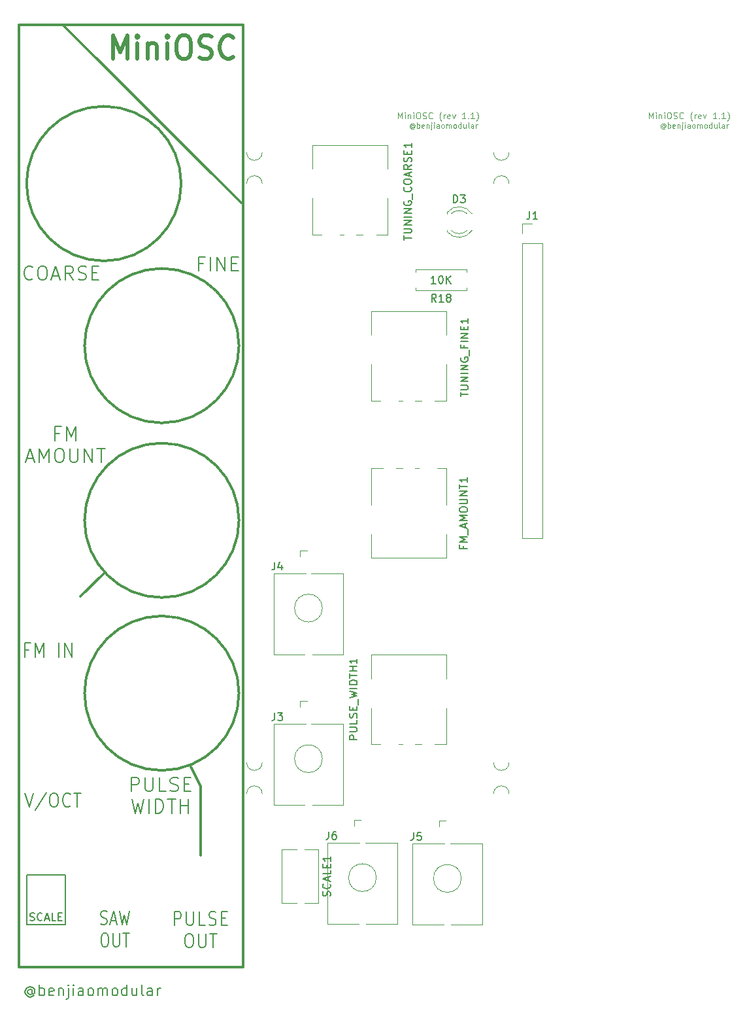
<source format=gbr>
%TF.GenerationSoftware,KiCad,Pcbnew,5.1.9+dfsg1-1~bpo10+1*%
%TF.CreationDate,2021-12-03T10:41:42+08:00*%
%TF.ProjectId,MiniOSC,4d696e69-4f53-4432-9e6b-696361645f70,rev?*%
%TF.SameCoordinates,Original*%
%TF.FileFunction,Legend,Top*%
%TF.FilePolarity,Positive*%
%FSLAX46Y46*%
G04 Gerber Fmt 4.6, Leading zero omitted, Abs format (unit mm)*
G04 Created by KiCad (PCBNEW 5.1.9+dfsg1-1~bpo10+1) date 2021-12-03 10:41:42*
%MOMM*%
%LPD*%
G01*
G04 APERTURE LIST*
%ADD10C,0.100000*%
%ADD11C,0.150000*%
%ADD12C,0.300000*%
%ADD13C,0.500000*%
%ADD14C,0.120000*%
G04 APERTURE END LIST*
D10*
X124116666Y-58483333D02*
X124083333Y-58450000D01*
X124016666Y-58416666D01*
X123950000Y-58416666D01*
X123883333Y-58450000D01*
X123850000Y-58483333D01*
X123816666Y-58550000D01*
X123816666Y-58616666D01*
X123850000Y-58683333D01*
X123883333Y-58716666D01*
X123950000Y-58750000D01*
X124016666Y-58750000D01*
X124083333Y-58716666D01*
X124116666Y-58683333D01*
X124116666Y-58416666D02*
X124116666Y-58683333D01*
X124150000Y-58716666D01*
X124183333Y-58716666D01*
X124250000Y-58683333D01*
X124283333Y-58616666D01*
X124283333Y-58450000D01*
X124216666Y-58350000D01*
X124116666Y-58283333D01*
X123983333Y-58250000D01*
X123850000Y-58283333D01*
X123750000Y-58350000D01*
X123683333Y-58450000D01*
X123650000Y-58583333D01*
X123683333Y-58716666D01*
X123750000Y-58816666D01*
X123850000Y-58883333D01*
X123983333Y-58916666D01*
X124116666Y-58883333D01*
X124216666Y-58816666D01*
X124583333Y-58816666D02*
X124583333Y-58116666D01*
X124583333Y-58383333D02*
X124650000Y-58350000D01*
X124783333Y-58350000D01*
X124850000Y-58383333D01*
X124883333Y-58416666D01*
X124916666Y-58483333D01*
X124916666Y-58683333D01*
X124883333Y-58750000D01*
X124850000Y-58783333D01*
X124783333Y-58816666D01*
X124650000Y-58816666D01*
X124583333Y-58783333D01*
X125483333Y-58783333D02*
X125416666Y-58816666D01*
X125283333Y-58816666D01*
X125216666Y-58783333D01*
X125183333Y-58716666D01*
X125183333Y-58450000D01*
X125216666Y-58383333D01*
X125283333Y-58350000D01*
X125416666Y-58350000D01*
X125483333Y-58383333D01*
X125516666Y-58450000D01*
X125516666Y-58516666D01*
X125183333Y-58583333D01*
X125816666Y-58350000D02*
X125816666Y-58816666D01*
X125816666Y-58416666D02*
X125850000Y-58383333D01*
X125916666Y-58350000D01*
X126016666Y-58350000D01*
X126083333Y-58383333D01*
X126116666Y-58450000D01*
X126116666Y-58816666D01*
X126450000Y-58350000D02*
X126450000Y-58950000D01*
X126416666Y-59016666D01*
X126350000Y-59050000D01*
X126316666Y-59050000D01*
X126450000Y-58116666D02*
X126416666Y-58150000D01*
X126450000Y-58183333D01*
X126483333Y-58150000D01*
X126450000Y-58116666D01*
X126450000Y-58183333D01*
X126783333Y-58816666D02*
X126783333Y-58350000D01*
X126783333Y-58116666D02*
X126750000Y-58150000D01*
X126783333Y-58183333D01*
X126816666Y-58150000D01*
X126783333Y-58116666D01*
X126783333Y-58183333D01*
X127416666Y-58816666D02*
X127416666Y-58450000D01*
X127383333Y-58383333D01*
X127316666Y-58350000D01*
X127183333Y-58350000D01*
X127116666Y-58383333D01*
X127416666Y-58783333D02*
X127350000Y-58816666D01*
X127183333Y-58816666D01*
X127116666Y-58783333D01*
X127083333Y-58716666D01*
X127083333Y-58650000D01*
X127116666Y-58583333D01*
X127183333Y-58550000D01*
X127350000Y-58550000D01*
X127416666Y-58516666D01*
X127850000Y-58816666D02*
X127783333Y-58783333D01*
X127750000Y-58750000D01*
X127716666Y-58683333D01*
X127716666Y-58483333D01*
X127750000Y-58416666D01*
X127783333Y-58383333D01*
X127850000Y-58350000D01*
X127950000Y-58350000D01*
X128016666Y-58383333D01*
X128050000Y-58416666D01*
X128083333Y-58483333D01*
X128083333Y-58683333D01*
X128050000Y-58750000D01*
X128016666Y-58783333D01*
X127950000Y-58816666D01*
X127850000Y-58816666D01*
X128383333Y-58816666D02*
X128383333Y-58350000D01*
X128383333Y-58416666D02*
X128416666Y-58383333D01*
X128483333Y-58350000D01*
X128583333Y-58350000D01*
X128650000Y-58383333D01*
X128683333Y-58450000D01*
X128683333Y-58816666D01*
X128683333Y-58450000D02*
X128716666Y-58383333D01*
X128783333Y-58350000D01*
X128883333Y-58350000D01*
X128950000Y-58383333D01*
X128983333Y-58450000D01*
X128983333Y-58816666D01*
X129416666Y-58816666D02*
X129350000Y-58783333D01*
X129316666Y-58750000D01*
X129283333Y-58683333D01*
X129283333Y-58483333D01*
X129316666Y-58416666D01*
X129350000Y-58383333D01*
X129416666Y-58350000D01*
X129516666Y-58350000D01*
X129583333Y-58383333D01*
X129616666Y-58416666D01*
X129650000Y-58483333D01*
X129650000Y-58683333D01*
X129616666Y-58750000D01*
X129583333Y-58783333D01*
X129516666Y-58816666D01*
X129416666Y-58816666D01*
X130250000Y-58816666D02*
X130250000Y-58116666D01*
X130250000Y-58783333D02*
X130183333Y-58816666D01*
X130050000Y-58816666D01*
X129983333Y-58783333D01*
X129950000Y-58750000D01*
X129916666Y-58683333D01*
X129916666Y-58483333D01*
X129950000Y-58416666D01*
X129983333Y-58383333D01*
X130050000Y-58350000D01*
X130183333Y-58350000D01*
X130250000Y-58383333D01*
X130883333Y-58350000D02*
X130883333Y-58816666D01*
X130583333Y-58350000D02*
X130583333Y-58716666D01*
X130616666Y-58783333D01*
X130683333Y-58816666D01*
X130783333Y-58816666D01*
X130850000Y-58783333D01*
X130883333Y-58750000D01*
X131316666Y-58816666D02*
X131250000Y-58783333D01*
X131216666Y-58716666D01*
X131216666Y-58116666D01*
X131883333Y-58816666D02*
X131883333Y-58450000D01*
X131850000Y-58383333D01*
X131783333Y-58350000D01*
X131650000Y-58350000D01*
X131583333Y-58383333D01*
X131883333Y-58783333D02*
X131816666Y-58816666D01*
X131650000Y-58816666D01*
X131583333Y-58783333D01*
X131550000Y-58716666D01*
X131550000Y-58650000D01*
X131583333Y-58583333D01*
X131650000Y-58550000D01*
X131816666Y-58550000D01*
X131883333Y-58516666D01*
X132216666Y-58816666D02*
X132216666Y-58350000D01*
X132216666Y-58483333D02*
X132250000Y-58416666D01*
X132283333Y-58383333D01*
X132350000Y-58350000D01*
X132416666Y-58350000D01*
X91616666Y-58483333D02*
X91583333Y-58450000D01*
X91516666Y-58416666D01*
X91450000Y-58416666D01*
X91383333Y-58450000D01*
X91350000Y-58483333D01*
X91316666Y-58550000D01*
X91316666Y-58616666D01*
X91350000Y-58683333D01*
X91383333Y-58716666D01*
X91450000Y-58750000D01*
X91516666Y-58750000D01*
X91583333Y-58716666D01*
X91616666Y-58683333D01*
X91616666Y-58416666D02*
X91616666Y-58683333D01*
X91650000Y-58716666D01*
X91683333Y-58716666D01*
X91750000Y-58683333D01*
X91783333Y-58616666D01*
X91783333Y-58450000D01*
X91716666Y-58350000D01*
X91616666Y-58283333D01*
X91483333Y-58250000D01*
X91350000Y-58283333D01*
X91250000Y-58350000D01*
X91183333Y-58450000D01*
X91150000Y-58583333D01*
X91183333Y-58716666D01*
X91250000Y-58816666D01*
X91350000Y-58883333D01*
X91483333Y-58916666D01*
X91616666Y-58883333D01*
X91716666Y-58816666D01*
X92083333Y-58816666D02*
X92083333Y-58116666D01*
X92083333Y-58383333D02*
X92150000Y-58350000D01*
X92283333Y-58350000D01*
X92350000Y-58383333D01*
X92383333Y-58416666D01*
X92416666Y-58483333D01*
X92416666Y-58683333D01*
X92383333Y-58750000D01*
X92350000Y-58783333D01*
X92283333Y-58816666D01*
X92150000Y-58816666D01*
X92083333Y-58783333D01*
X92983333Y-58783333D02*
X92916666Y-58816666D01*
X92783333Y-58816666D01*
X92716666Y-58783333D01*
X92683333Y-58716666D01*
X92683333Y-58450000D01*
X92716666Y-58383333D01*
X92783333Y-58350000D01*
X92916666Y-58350000D01*
X92983333Y-58383333D01*
X93016666Y-58450000D01*
X93016666Y-58516666D01*
X92683333Y-58583333D01*
X93316666Y-58350000D02*
X93316666Y-58816666D01*
X93316666Y-58416666D02*
X93350000Y-58383333D01*
X93416666Y-58350000D01*
X93516666Y-58350000D01*
X93583333Y-58383333D01*
X93616666Y-58450000D01*
X93616666Y-58816666D01*
X93950000Y-58350000D02*
X93950000Y-58950000D01*
X93916666Y-59016666D01*
X93850000Y-59050000D01*
X93816666Y-59050000D01*
X93950000Y-58116666D02*
X93916666Y-58150000D01*
X93950000Y-58183333D01*
X93983333Y-58150000D01*
X93950000Y-58116666D01*
X93950000Y-58183333D01*
X94283333Y-58816666D02*
X94283333Y-58350000D01*
X94283333Y-58116666D02*
X94250000Y-58150000D01*
X94283333Y-58183333D01*
X94316666Y-58150000D01*
X94283333Y-58116666D01*
X94283333Y-58183333D01*
X94916666Y-58816666D02*
X94916666Y-58450000D01*
X94883333Y-58383333D01*
X94816666Y-58350000D01*
X94683333Y-58350000D01*
X94616666Y-58383333D01*
X94916666Y-58783333D02*
X94850000Y-58816666D01*
X94683333Y-58816666D01*
X94616666Y-58783333D01*
X94583333Y-58716666D01*
X94583333Y-58650000D01*
X94616666Y-58583333D01*
X94683333Y-58550000D01*
X94850000Y-58550000D01*
X94916666Y-58516666D01*
X95350000Y-58816666D02*
X95283333Y-58783333D01*
X95250000Y-58750000D01*
X95216666Y-58683333D01*
X95216666Y-58483333D01*
X95250000Y-58416666D01*
X95283333Y-58383333D01*
X95350000Y-58350000D01*
X95450000Y-58350000D01*
X95516666Y-58383333D01*
X95550000Y-58416666D01*
X95583333Y-58483333D01*
X95583333Y-58683333D01*
X95550000Y-58750000D01*
X95516666Y-58783333D01*
X95450000Y-58816666D01*
X95350000Y-58816666D01*
X95883333Y-58816666D02*
X95883333Y-58350000D01*
X95883333Y-58416666D02*
X95916666Y-58383333D01*
X95983333Y-58350000D01*
X96083333Y-58350000D01*
X96150000Y-58383333D01*
X96183333Y-58450000D01*
X96183333Y-58816666D01*
X96183333Y-58450000D02*
X96216666Y-58383333D01*
X96283333Y-58350000D01*
X96383333Y-58350000D01*
X96450000Y-58383333D01*
X96483333Y-58450000D01*
X96483333Y-58816666D01*
X96916666Y-58816666D02*
X96850000Y-58783333D01*
X96816666Y-58750000D01*
X96783333Y-58683333D01*
X96783333Y-58483333D01*
X96816666Y-58416666D01*
X96850000Y-58383333D01*
X96916666Y-58350000D01*
X97016666Y-58350000D01*
X97083333Y-58383333D01*
X97116666Y-58416666D01*
X97150000Y-58483333D01*
X97150000Y-58683333D01*
X97116666Y-58750000D01*
X97083333Y-58783333D01*
X97016666Y-58816666D01*
X96916666Y-58816666D01*
X97750000Y-58816666D02*
X97750000Y-58116666D01*
X97750000Y-58783333D02*
X97683333Y-58816666D01*
X97550000Y-58816666D01*
X97483333Y-58783333D01*
X97450000Y-58750000D01*
X97416666Y-58683333D01*
X97416666Y-58483333D01*
X97450000Y-58416666D01*
X97483333Y-58383333D01*
X97550000Y-58350000D01*
X97683333Y-58350000D01*
X97750000Y-58383333D01*
X98383333Y-58350000D02*
X98383333Y-58816666D01*
X98083333Y-58350000D02*
X98083333Y-58716666D01*
X98116666Y-58783333D01*
X98183333Y-58816666D01*
X98283333Y-58816666D01*
X98350000Y-58783333D01*
X98383333Y-58750000D01*
X98816666Y-58816666D02*
X98750000Y-58783333D01*
X98716666Y-58716666D01*
X98716666Y-58116666D01*
X99383333Y-58816666D02*
X99383333Y-58450000D01*
X99350000Y-58383333D01*
X99283333Y-58350000D01*
X99150000Y-58350000D01*
X99083333Y-58383333D01*
X99383333Y-58783333D02*
X99316666Y-58816666D01*
X99150000Y-58816666D01*
X99083333Y-58783333D01*
X99050000Y-58716666D01*
X99050000Y-58650000D01*
X99083333Y-58583333D01*
X99150000Y-58550000D01*
X99316666Y-58550000D01*
X99383333Y-58516666D01*
X99716666Y-58816666D02*
X99716666Y-58350000D01*
X99716666Y-58483333D02*
X99750000Y-58416666D01*
X99783333Y-58383333D01*
X99850000Y-58350000D01*
X99916666Y-58350000D01*
X122094523Y-57611904D02*
X122094523Y-56811904D01*
X122361190Y-57383333D01*
X122627857Y-56811904D01*
X122627857Y-57611904D01*
X123008809Y-57611904D02*
X123008809Y-57078571D01*
X123008809Y-56811904D02*
X122970714Y-56850000D01*
X123008809Y-56888095D01*
X123046904Y-56850000D01*
X123008809Y-56811904D01*
X123008809Y-56888095D01*
X123389761Y-57078571D02*
X123389761Y-57611904D01*
X123389761Y-57154761D02*
X123427857Y-57116666D01*
X123504047Y-57078571D01*
X123618333Y-57078571D01*
X123694523Y-57116666D01*
X123732619Y-57192857D01*
X123732619Y-57611904D01*
X124113571Y-57611904D02*
X124113571Y-57078571D01*
X124113571Y-56811904D02*
X124075476Y-56850000D01*
X124113571Y-56888095D01*
X124151666Y-56850000D01*
X124113571Y-56811904D01*
X124113571Y-56888095D01*
X124646904Y-56811904D02*
X124799285Y-56811904D01*
X124875476Y-56850000D01*
X124951666Y-56926190D01*
X124989761Y-57078571D01*
X124989761Y-57345238D01*
X124951666Y-57497619D01*
X124875476Y-57573809D01*
X124799285Y-57611904D01*
X124646904Y-57611904D01*
X124570714Y-57573809D01*
X124494523Y-57497619D01*
X124456428Y-57345238D01*
X124456428Y-57078571D01*
X124494523Y-56926190D01*
X124570714Y-56850000D01*
X124646904Y-56811904D01*
X125294523Y-57573809D02*
X125408809Y-57611904D01*
X125599285Y-57611904D01*
X125675476Y-57573809D01*
X125713571Y-57535714D01*
X125751666Y-57459523D01*
X125751666Y-57383333D01*
X125713571Y-57307142D01*
X125675476Y-57269047D01*
X125599285Y-57230952D01*
X125446904Y-57192857D01*
X125370714Y-57154761D01*
X125332619Y-57116666D01*
X125294523Y-57040476D01*
X125294523Y-56964285D01*
X125332619Y-56888095D01*
X125370714Y-56850000D01*
X125446904Y-56811904D01*
X125637380Y-56811904D01*
X125751666Y-56850000D01*
X126551666Y-57535714D02*
X126513571Y-57573809D01*
X126399285Y-57611904D01*
X126323095Y-57611904D01*
X126208809Y-57573809D01*
X126132619Y-57497619D01*
X126094523Y-57421428D01*
X126056428Y-57269047D01*
X126056428Y-57154761D01*
X126094523Y-57002380D01*
X126132619Y-56926190D01*
X126208809Y-56850000D01*
X126323095Y-56811904D01*
X126399285Y-56811904D01*
X126513571Y-56850000D01*
X126551666Y-56888095D01*
X127732619Y-57916666D02*
X127694523Y-57878571D01*
X127618333Y-57764285D01*
X127580238Y-57688095D01*
X127542142Y-57573809D01*
X127504047Y-57383333D01*
X127504047Y-57230952D01*
X127542142Y-57040476D01*
X127580238Y-56926190D01*
X127618333Y-56850000D01*
X127694523Y-56735714D01*
X127732619Y-56697619D01*
X128037380Y-57611904D02*
X128037380Y-57078571D01*
X128037380Y-57230952D02*
X128075476Y-57154761D01*
X128113571Y-57116666D01*
X128189761Y-57078571D01*
X128265952Y-57078571D01*
X128837380Y-57573809D02*
X128761190Y-57611904D01*
X128608809Y-57611904D01*
X128532619Y-57573809D01*
X128494523Y-57497619D01*
X128494523Y-57192857D01*
X128532619Y-57116666D01*
X128608809Y-57078571D01*
X128761190Y-57078571D01*
X128837380Y-57116666D01*
X128875476Y-57192857D01*
X128875476Y-57269047D01*
X128494523Y-57345238D01*
X129142142Y-57078571D02*
X129332619Y-57611904D01*
X129523095Y-57078571D01*
X130856428Y-57611904D02*
X130399285Y-57611904D01*
X130627857Y-57611904D02*
X130627857Y-56811904D01*
X130551666Y-56926190D01*
X130475476Y-57002380D01*
X130399285Y-57040476D01*
X131199285Y-57535714D02*
X131237380Y-57573809D01*
X131199285Y-57611904D01*
X131161190Y-57573809D01*
X131199285Y-57535714D01*
X131199285Y-57611904D01*
X131999285Y-57611904D02*
X131542142Y-57611904D01*
X131770714Y-57611904D02*
X131770714Y-56811904D01*
X131694523Y-56926190D01*
X131618333Y-57002380D01*
X131542142Y-57040476D01*
X132265952Y-57916666D02*
X132304047Y-57878571D01*
X132380238Y-57764285D01*
X132418333Y-57688095D01*
X132456428Y-57573809D01*
X132494523Y-57383333D01*
X132494523Y-57230952D01*
X132456428Y-57040476D01*
X132418333Y-56926190D01*
X132380238Y-56850000D01*
X132304047Y-56735714D01*
X132265952Y-56697619D01*
X89594523Y-57611904D02*
X89594523Y-56811904D01*
X89861190Y-57383333D01*
X90127857Y-56811904D01*
X90127857Y-57611904D01*
X90508809Y-57611904D02*
X90508809Y-57078571D01*
X90508809Y-56811904D02*
X90470714Y-56850000D01*
X90508809Y-56888095D01*
X90546904Y-56850000D01*
X90508809Y-56811904D01*
X90508809Y-56888095D01*
X90889761Y-57078571D02*
X90889761Y-57611904D01*
X90889761Y-57154761D02*
X90927857Y-57116666D01*
X91004047Y-57078571D01*
X91118333Y-57078571D01*
X91194523Y-57116666D01*
X91232619Y-57192857D01*
X91232619Y-57611904D01*
X91613571Y-57611904D02*
X91613571Y-57078571D01*
X91613571Y-56811904D02*
X91575476Y-56850000D01*
X91613571Y-56888095D01*
X91651666Y-56850000D01*
X91613571Y-56811904D01*
X91613571Y-56888095D01*
X92146904Y-56811904D02*
X92299285Y-56811904D01*
X92375476Y-56850000D01*
X92451666Y-56926190D01*
X92489761Y-57078571D01*
X92489761Y-57345238D01*
X92451666Y-57497619D01*
X92375476Y-57573809D01*
X92299285Y-57611904D01*
X92146904Y-57611904D01*
X92070714Y-57573809D01*
X91994523Y-57497619D01*
X91956428Y-57345238D01*
X91956428Y-57078571D01*
X91994523Y-56926190D01*
X92070714Y-56850000D01*
X92146904Y-56811904D01*
X92794523Y-57573809D02*
X92908809Y-57611904D01*
X93099285Y-57611904D01*
X93175476Y-57573809D01*
X93213571Y-57535714D01*
X93251666Y-57459523D01*
X93251666Y-57383333D01*
X93213571Y-57307142D01*
X93175476Y-57269047D01*
X93099285Y-57230952D01*
X92946904Y-57192857D01*
X92870714Y-57154761D01*
X92832619Y-57116666D01*
X92794523Y-57040476D01*
X92794523Y-56964285D01*
X92832619Y-56888095D01*
X92870714Y-56850000D01*
X92946904Y-56811904D01*
X93137380Y-56811904D01*
X93251666Y-56850000D01*
X94051666Y-57535714D02*
X94013571Y-57573809D01*
X93899285Y-57611904D01*
X93823095Y-57611904D01*
X93708809Y-57573809D01*
X93632619Y-57497619D01*
X93594523Y-57421428D01*
X93556428Y-57269047D01*
X93556428Y-57154761D01*
X93594523Y-57002380D01*
X93632619Y-56926190D01*
X93708809Y-56850000D01*
X93823095Y-56811904D01*
X93899285Y-56811904D01*
X94013571Y-56850000D01*
X94051666Y-56888095D01*
X95232619Y-57916666D02*
X95194523Y-57878571D01*
X95118333Y-57764285D01*
X95080238Y-57688095D01*
X95042142Y-57573809D01*
X95004047Y-57383333D01*
X95004047Y-57230952D01*
X95042142Y-57040476D01*
X95080238Y-56926190D01*
X95118333Y-56850000D01*
X95194523Y-56735714D01*
X95232619Y-56697619D01*
X95537380Y-57611904D02*
X95537380Y-57078571D01*
X95537380Y-57230952D02*
X95575476Y-57154761D01*
X95613571Y-57116666D01*
X95689761Y-57078571D01*
X95765952Y-57078571D01*
X96337380Y-57573809D02*
X96261190Y-57611904D01*
X96108809Y-57611904D01*
X96032619Y-57573809D01*
X95994523Y-57497619D01*
X95994523Y-57192857D01*
X96032619Y-57116666D01*
X96108809Y-57078571D01*
X96261190Y-57078571D01*
X96337380Y-57116666D01*
X96375476Y-57192857D01*
X96375476Y-57269047D01*
X95994523Y-57345238D01*
X96642142Y-57078571D02*
X96832619Y-57611904D01*
X97023095Y-57078571D01*
X98356428Y-57611904D02*
X97899285Y-57611904D01*
X98127857Y-57611904D02*
X98127857Y-56811904D01*
X98051666Y-56926190D01*
X97975476Y-57002380D01*
X97899285Y-57040476D01*
X98699285Y-57535714D02*
X98737380Y-57573809D01*
X98699285Y-57611904D01*
X98661190Y-57573809D01*
X98699285Y-57535714D01*
X98699285Y-57611904D01*
X99499285Y-57611904D02*
X99042142Y-57611904D01*
X99270714Y-57611904D02*
X99270714Y-56811904D01*
X99194523Y-56926190D01*
X99118333Y-57002380D01*
X99042142Y-57040476D01*
X99765952Y-57916666D02*
X99804047Y-57878571D01*
X99880238Y-57764285D01*
X99918333Y-57688095D01*
X99956428Y-57573809D01*
X99994523Y-57383333D01*
X99994523Y-57230952D01*
X99956428Y-57040476D01*
X99918333Y-56926190D01*
X99880238Y-56850000D01*
X99804047Y-56735714D01*
X99765952Y-56697619D01*
D11*
X42233333Y-170466666D02*
X42166666Y-170400000D01*
X42033333Y-170333333D01*
X41899999Y-170333333D01*
X41766666Y-170400000D01*
X41699999Y-170466666D01*
X41633333Y-170600000D01*
X41633333Y-170733333D01*
X41699999Y-170866666D01*
X41766666Y-170933333D01*
X41899999Y-171000000D01*
X42033333Y-171000000D01*
X42166666Y-170933333D01*
X42233333Y-170866666D01*
X42233333Y-170333333D02*
X42233333Y-170866666D01*
X42299999Y-170933333D01*
X42366666Y-170933333D01*
X42499999Y-170866666D01*
X42566666Y-170733333D01*
X42566666Y-170400000D01*
X42433333Y-170200000D01*
X42233333Y-170066666D01*
X41966666Y-170000000D01*
X41699999Y-170066666D01*
X41499999Y-170200000D01*
X41366666Y-170400000D01*
X41299999Y-170666666D01*
X41366666Y-170933333D01*
X41499999Y-171133333D01*
X41699999Y-171266666D01*
X41966666Y-171333333D01*
X42233333Y-171266666D01*
X42433333Y-171133333D01*
X43166666Y-171133333D02*
X43166666Y-169733333D01*
X43166666Y-170266666D02*
X43299999Y-170200000D01*
X43566666Y-170200000D01*
X43699999Y-170266666D01*
X43766666Y-170333333D01*
X43833333Y-170466666D01*
X43833333Y-170866666D01*
X43766666Y-171000000D01*
X43699999Y-171066666D01*
X43566666Y-171133333D01*
X43299999Y-171133333D01*
X43166666Y-171066666D01*
X44966666Y-171066666D02*
X44833333Y-171133333D01*
X44566666Y-171133333D01*
X44433333Y-171066666D01*
X44366666Y-170933333D01*
X44366666Y-170400000D01*
X44433333Y-170266666D01*
X44566666Y-170200000D01*
X44833333Y-170200000D01*
X44966666Y-170266666D01*
X45033333Y-170400000D01*
X45033333Y-170533333D01*
X44366666Y-170666666D01*
X45633333Y-170200000D02*
X45633333Y-171133333D01*
X45633333Y-170333333D02*
X45699999Y-170266666D01*
X45833333Y-170200000D01*
X46033333Y-170200000D01*
X46166666Y-170266666D01*
X46233333Y-170400000D01*
X46233333Y-171133333D01*
X46899999Y-170200000D02*
X46899999Y-171400000D01*
X46833333Y-171533333D01*
X46699999Y-171600000D01*
X46633333Y-171600000D01*
X46899999Y-169733333D02*
X46833333Y-169800000D01*
X46899999Y-169866666D01*
X46966666Y-169800000D01*
X46899999Y-169733333D01*
X46899999Y-169866666D01*
X47566666Y-171133333D02*
X47566666Y-170200000D01*
X47566666Y-169733333D02*
X47499999Y-169800000D01*
X47566666Y-169866666D01*
X47633333Y-169800000D01*
X47566666Y-169733333D01*
X47566666Y-169866666D01*
X48833333Y-171133333D02*
X48833333Y-170400000D01*
X48766666Y-170266666D01*
X48633333Y-170200000D01*
X48366666Y-170200000D01*
X48233333Y-170266666D01*
X48833333Y-171066666D02*
X48699999Y-171133333D01*
X48366666Y-171133333D01*
X48233333Y-171066666D01*
X48166666Y-170933333D01*
X48166666Y-170800000D01*
X48233333Y-170666666D01*
X48366666Y-170600000D01*
X48699999Y-170600000D01*
X48833333Y-170533333D01*
X49699999Y-171133333D02*
X49566666Y-171066666D01*
X49499999Y-171000000D01*
X49433333Y-170866666D01*
X49433333Y-170466666D01*
X49499999Y-170333333D01*
X49566666Y-170266666D01*
X49699999Y-170200000D01*
X49899999Y-170200000D01*
X50033333Y-170266666D01*
X50099999Y-170333333D01*
X50166666Y-170466666D01*
X50166666Y-170866666D01*
X50099999Y-171000000D01*
X50033333Y-171066666D01*
X49899999Y-171133333D01*
X49699999Y-171133333D01*
X50766666Y-171133333D02*
X50766666Y-170200000D01*
X50766666Y-170333333D02*
X50833333Y-170266666D01*
X50966666Y-170200000D01*
X51166666Y-170200000D01*
X51299999Y-170266666D01*
X51366666Y-170400000D01*
X51366666Y-171133333D01*
X51366666Y-170400000D02*
X51433333Y-170266666D01*
X51566666Y-170200000D01*
X51766666Y-170200000D01*
X51899999Y-170266666D01*
X51966666Y-170400000D01*
X51966666Y-171133333D01*
X52833333Y-171133333D02*
X52699999Y-171066666D01*
X52633333Y-171000000D01*
X52566666Y-170866666D01*
X52566666Y-170466666D01*
X52633333Y-170333333D01*
X52699999Y-170266666D01*
X52833333Y-170200000D01*
X53033333Y-170200000D01*
X53166666Y-170266666D01*
X53233333Y-170333333D01*
X53299999Y-170466666D01*
X53299999Y-170866666D01*
X53233333Y-171000000D01*
X53166666Y-171066666D01*
X53033333Y-171133333D01*
X52833333Y-171133333D01*
X54499999Y-171133333D02*
X54499999Y-169733333D01*
X54499999Y-171066666D02*
X54366666Y-171133333D01*
X54099999Y-171133333D01*
X53966666Y-171066666D01*
X53899999Y-171000000D01*
X53833333Y-170866666D01*
X53833333Y-170466666D01*
X53899999Y-170333333D01*
X53966666Y-170266666D01*
X54099999Y-170200000D01*
X54366666Y-170200000D01*
X54499999Y-170266666D01*
X55766666Y-170200000D02*
X55766666Y-171133333D01*
X55166666Y-170200000D02*
X55166666Y-170933333D01*
X55233333Y-171066666D01*
X55366666Y-171133333D01*
X55566666Y-171133333D01*
X55699999Y-171066666D01*
X55766666Y-171000000D01*
X56633333Y-171133333D02*
X56499999Y-171066666D01*
X56433333Y-170933333D01*
X56433333Y-169733333D01*
X57766666Y-171133333D02*
X57766666Y-170400000D01*
X57699999Y-170266666D01*
X57566666Y-170200000D01*
X57299999Y-170200000D01*
X57166666Y-170266666D01*
X57766666Y-171066666D02*
X57633333Y-171133333D01*
X57299999Y-171133333D01*
X57166666Y-171066666D01*
X57099999Y-170933333D01*
X57099999Y-170800000D01*
X57166666Y-170666666D01*
X57299999Y-170600000D01*
X57633333Y-170600000D01*
X57766666Y-170533333D01*
X58433333Y-171133333D02*
X58433333Y-170200000D01*
X58433333Y-170466666D02*
X58499999Y-170333333D01*
X58566666Y-170266666D01*
X58699999Y-170200000D01*
X58833333Y-170200000D01*
D12*
X69500000Y-45500000D02*
X69500000Y-66500000D01*
X40500000Y-45500000D02*
X69500000Y-45500000D01*
D11*
X45728571Y-98346428D02*
X45128571Y-98346428D01*
X45128571Y-99289285D02*
X45128571Y-97489285D01*
X45985714Y-97489285D01*
X46671428Y-99289285D02*
X46671428Y-97489285D01*
X47271428Y-98775000D01*
X47871428Y-97489285D01*
X47871428Y-99289285D01*
X41528571Y-101625000D02*
X42385714Y-101625000D01*
X41357142Y-102139285D02*
X41957142Y-100339285D01*
X42557142Y-102139285D01*
X43157142Y-102139285D02*
X43157142Y-100339285D01*
X43757142Y-101625000D01*
X44357142Y-100339285D01*
X44357142Y-102139285D01*
X45557142Y-100339285D02*
X45900000Y-100339285D01*
X46071428Y-100425000D01*
X46242857Y-100596428D01*
X46328571Y-100939285D01*
X46328571Y-101539285D01*
X46242857Y-101882142D01*
X46071428Y-102053571D01*
X45900000Y-102139285D01*
X45557142Y-102139285D01*
X45385714Y-102053571D01*
X45214285Y-101882142D01*
X45128571Y-101539285D01*
X45128571Y-100939285D01*
X45214285Y-100596428D01*
X45385714Y-100425000D01*
X45557142Y-100339285D01*
X47100000Y-100339285D02*
X47100000Y-101796428D01*
X47185714Y-101967857D01*
X47271428Y-102053571D01*
X47442857Y-102139285D01*
X47785714Y-102139285D01*
X47957142Y-102053571D01*
X48042857Y-101967857D01*
X48128571Y-101796428D01*
X48128571Y-100339285D01*
X48985714Y-102139285D02*
X48985714Y-100339285D01*
X50014285Y-102139285D01*
X50014285Y-100339285D01*
X50614285Y-100339285D02*
X51642857Y-100339285D01*
X51128571Y-102139285D02*
X51128571Y-100339285D01*
X55041838Y-144679173D02*
X55041838Y-142879173D01*
X55727552Y-142879173D01*
X55898981Y-142964888D01*
X55984695Y-143050602D01*
X56070409Y-143222030D01*
X56070409Y-143479173D01*
X55984695Y-143650602D01*
X55898981Y-143736316D01*
X55727552Y-143822030D01*
X55041838Y-143822030D01*
X56841838Y-142879173D02*
X56841838Y-144336316D01*
X56927552Y-144507745D01*
X57013266Y-144593459D01*
X57184695Y-144679173D01*
X57527552Y-144679173D01*
X57698981Y-144593459D01*
X57784695Y-144507745D01*
X57870409Y-144336316D01*
X57870409Y-142879173D01*
X59584695Y-144679173D02*
X58727552Y-144679173D01*
X58727552Y-142879173D01*
X60098981Y-144593459D02*
X60356124Y-144679173D01*
X60784695Y-144679173D01*
X60956124Y-144593459D01*
X61041838Y-144507745D01*
X61127552Y-144336316D01*
X61127552Y-144164888D01*
X61041838Y-143993459D01*
X60956124Y-143907745D01*
X60784695Y-143822030D01*
X60441838Y-143736316D01*
X60270409Y-143650602D01*
X60184695Y-143564888D01*
X60098981Y-143393459D01*
X60098981Y-143222030D01*
X60184695Y-143050602D01*
X60270409Y-142964888D01*
X60441838Y-142879173D01*
X60870409Y-142879173D01*
X61127552Y-142964888D01*
X61898981Y-143736316D02*
X62498981Y-143736316D01*
X62756124Y-144679173D02*
X61898981Y-144679173D01*
X61898981Y-142879173D01*
X62756124Y-142879173D01*
X55127552Y-145729173D02*
X55556124Y-147529173D01*
X55898981Y-146243459D01*
X56241838Y-147529173D01*
X56670409Y-145729173D01*
X57356124Y-147529173D02*
X57356124Y-145729173D01*
X58213266Y-147529173D02*
X58213266Y-145729173D01*
X58641838Y-145729173D01*
X58898981Y-145814888D01*
X59070409Y-145986316D01*
X59156124Y-146157745D01*
X59241838Y-146500602D01*
X59241838Y-146757745D01*
X59156124Y-147100602D01*
X59070409Y-147272030D01*
X58898981Y-147443459D01*
X58641838Y-147529173D01*
X58213266Y-147529173D01*
X59756124Y-145729173D02*
X60784695Y-145729173D01*
X60270409Y-147529173D02*
X60270409Y-145729173D01*
X61384695Y-147529173D02*
X61384695Y-145729173D01*
X61384695Y-146586316D02*
X62413266Y-146586316D01*
X62413266Y-147529173D02*
X62413266Y-145729173D01*
X41500000Y-162000000D02*
X41500000Y-155500000D01*
X46500000Y-162000000D02*
X41500000Y-162000000D01*
X46500000Y-155500000D02*
X46500000Y-162000000D01*
X41500000Y-155500000D02*
X46500000Y-155500000D01*
X41928571Y-161404761D02*
X42071428Y-161452380D01*
X42309523Y-161452380D01*
X42404761Y-161404761D01*
X42452380Y-161357142D01*
X42500000Y-161261904D01*
X42500000Y-161166666D01*
X42452380Y-161071428D01*
X42404761Y-161023809D01*
X42309523Y-160976190D01*
X42119047Y-160928571D01*
X42023809Y-160880952D01*
X41976190Y-160833333D01*
X41928571Y-160738095D01*
X41928571Y-160642857D01*
X41976190Y-160547619D01*
X42023809Y-160500000D01*
X42119047Y-160452380D01*
X42357142Y-160452380D01*
X42500000Y-160500000D01*
X43500000Y-161357142D02*
X43452380Y-161404761D01*
X43309523Y-161452380D01*
X43214285Y-161452380D01*
X43071428Y-161404761D01*
X42976190Y-161309523D01*
X42928571Y-161214285D01*
X42880952Y-161023809D01*
X42880952Y-160880952D01*
X42928571Y-160690476D01*
X42976190Y-160595238D01*
X43071428Y-160500000D01*
X43214285Y-160452380D01*
X43309523Y-160452380D01*
X43452380Y-160500000D01*
X43500000Y-160547619D01*
X43880952Y-161166666D02*
X44357142Y-161166666D01*
X43785714Y-161452380D02*
X44119047Y-160452380D01*
X44452380Y-161452380D01*
X45261904Y-161452380D02*
X44785714Y-161452380D01*
X44785714Y-160452380D01*
X45595238Y-160928571D02*
X45928571Y-160928571D01*
X46071428Y-161452380D02*
X45595238Y-161452380D01*
X45595238Y-160452380D01*
X46071428Y-160452380D01*
D12*
X69500000Y-167500000D02*
X69500000Y-66500000D01*
X40500000Y-167500000D02*
X69500000Y-167500000D01*
X40500000Y-45500000D02*
X40500000Y-167500000D01*
X46300000Y-45600000D02*
X69300000Y-68500000D01*
D13*
X52666666Y-49857142D02*
X52666666Y-46857142D01*
X53600000Y-49000000D01*
X54533333Y-46857142D01*
X54533333Y-49857142D01*
X55866666Y-49857142D02*
X55866666Y-47857142D01*
X55866666Y-46857142D02*
X55733333Y-47000000D01*
X55866666Y-47142857D01*
X56000000Y-47000000D01*
X55866666Y-46857142D01*
X55866666Y-47142857D01*
X57200000Y-47857142D02*
X57200000Y-49857142D01*
X57200000Y-48142857D02*
X57333333Y-48000000D01*
X57600000Y-47857142D01*
X58000000Y-47857142D01*
X58266666Y-48000000D01*
X58400000Y-48285714D01*
X58400000Y-49857142D01*
X59733333Y-49857142D02*
X59733333Y-47857142D01*
X59733333Y-46857142D02*
X59600000Y-47000000D01*
X59733333Y-47142857D01*
X59866666Y-47000000D01*
X59733333Y-46857142D01*
X59733333Y-47142857D01*
X61600000Y-46857142D02*
X62133333Y-46857142D01*
X62400000Y-47000000D01*
X62666666Y-47285714D01*
X62800000Y-47857142D01*
X62800000Y-48857142D01*
X62666666Y-49428571D01*
X62400000Y-49714285D01*
X62133333Y-49857142D01*
X61600000Y-49857142D01*
X61333333Y-49714285D01*
X61066666Y-49428571D01*
X60933333Y-48857142D01*
X60933333Y-47857142D01*
X61066666Y-47285714D01*
X61333333Y-47000000D01*
X61600000Y-46857142D01*
X63866666Y-49714285D02*
X64266666Y-49857142D01*
X64933333Y-49857142D01*
X65200000Y-49714285D01*
X65333333Y-49571428D01*
X65466666Y-49285714D01*
X65466666Y-49000000D01*
X65333333Y-48714285D01*
X65200000Y-48571428D01*
X64933333Y-48428571D01*
X64400000Y-48285714D01*
X64133333Y-48142857D01*
X64000000Y-48000000D01*
X63866666Y-47714285D01*
X63866666Y-47428571D01*
X64000000Y-47142857D01*
X64133333Y-47000000D01*
X64400000Y-46857142D01*
X65066666Y-46857142D01*
X65466666Y-47000000D01*
X68266666Y-49571428D02*
X68133333Y-49714285D01*
X67733333Y-49857142D01*
X67466666Y-49857142D01*
X67066666Y-49714285D01*
X66800000Y-49428571D01*
X66666666Y-49142857D01*
X66533333Y-48571428D01*
X66533333Y-48142857D01*
X66666666Y-47571428D01*
X66800000Y-47285714D01*
X67066666Y-47000000D01*
X67466666Y-46857142D01*
X67733333Y-46857142D01*
X68133333Y-47000000D01*
X68266666Y-47142857D01*
D12*
X48500000Y-119500000D02*
X51500000Y-116500000D01*
X64000000Y-144000000D02*
X62800000Y-141600000D01*
X64000000Y-153000000D02*
X64000000Y-144000000D01*
D11*
X41280952Y-144914285D02*
X41814285Y-146714285D01*
X42347619Y-144914285D01*
X44023809Y-144828571D02*
X42652380Y-147142857D01*
X44861904Y-144914285D02*
X45166666Y-144914285D01*
X45319047Y-145000000D01*
X45471428Y-145171428D01*
X45547619Y-145514285D01*
X45547619Y-146114285D01*
X45471428Y-146457142D01*
X45319047Y-146628571D01*
X45166666Y-146714285D01*
X44861904Y-146714285D01*
X44709523Y-146628571D01*
X44557142Y-146457142D01*
X44480952Y-146114285D01*
X44480952Y-145514285D01*
X44557142Y-145171428D01*
X44709523Y-145000000D01*
X44861904Y-144914285D01*
X47147619Y-146542857D02*
X47071428Y-146628571D01*
X46842857Y-146714285D01*
X46690476Y-146714285D01*
X46461904Y-146628571D01*
X46309523Y-146457142D01*
X46233333Y-146285714D01*
X46157142Y-145942857D01*
X46157142Y-145685714D01*
X46233333Y-145342857D01*
X46309523Y-145171428D01*
X46461904Y-145000000D01*
X46690476Y-144914285D01*
X46842857Y-144914285D01*
X47071428Y-145000000D01*
X47147619Y-145085714D01*
X47604761Y-144914285D02*
X48519047Y-144914285D01*
X48061904Y-146714285D02*
X48061904Y-144914285D01*
X51100000Y-161903571D02*
X51300000Y-161989285D01*
X51633333Y-161989285D01*
X51766666Y-161903571D01*
X51833333Y-161817857D01*
X51900000Y-161646428D01*
X51900000Y-161475000D01*
X51833333Y-161303571D01*
X51766666Y-161217857D01*
X51633333Y-161132142D01*
X51366666Y-161046428D01*
X51233333Y-160960714D01*
X51166666Y-160875000D01*
X51100000Y-160703571D01*
X51100000Y-160532142D01*
X51166666Y-160360714D01*
X51233333Y-160275000D01*
X51366666Y-160189285D01*
X51700000Y-160189285D01*
X51900000Y-160275000D01*
X52433333Y-161475000D02*
X53100000Y-161475000D01*
X52300000Y-161989285D02*
X52766666Y-160189285D01*
X53233333Y-161989285D01*
X53566666Y-160189285D02*
X53900000Y-161989285D01*
X54166666Y-160703571D01*
X54433333Y-161989285D01*
X54766666Y-160189285D01*
X51500000Y-163039285D02*
X51766666Y-163039285D01*
X51900000Y-163125000D01*
X52033333Y-163296428D01*
X52100000Y-163639285D01*
X52100000Y-164239285D01*
X52033333Y-164582142D01*
X51900000Y-164753571D01*
X51766666Y-164839285D01*
X51500000Y-164839285D01*
X51366666Y-164753571D01*
X51233333Y-164582142D01*
X51166666Y-164239285D01*
X51166666Y-163639285D01*
X51233333Y-163296428D01*
X51366666Y-163125000D01*
X51500000Y-163039285D01*
X52700000Y-163039285D02*
X52700000Y-164496428D01*
X52766666Y-164667857D01*
X52833333Y-164753571D01*
X52966666Y-164839285D01*
X53233333Y-164839285D01*
X53366666Y-164753571D01*
X53433333Y-164667857D01*
X53500000Y-164496428D01*
X53500000Y-163039285D01*
X53966666Y-163039285D02*
X54766666Y-163039285D01*
X54366666Y-164839285D02*
X54366666Y-163039285D01*
X60609523Y-162089285D02*
X60609523Y-160289285D01*
X61219047Y-160289285D01*
X61371428Y-160375000D01*
X61447619Y-160460714D01*
X61523809Y-160632142D01*
X61523809Y-160889285D01*
X61447619Y-161060714D01*
X61371428Y-161146428D01*
X61219047Y-161232142D01*
X60609523Y-161232142D01*
X62209523Y-160289285D02*
X62209523Y-161746428D01*
X62285714Y-161917857D01*
X62361904Y-162003571D01*
X62514285Y-162089285D01*
X62819047Y-162089285D01*
X62971428Y-162003571D01*
X63047619Y-161917857D01*
X63123809Y-161746428D01*
X63123809Y-160289285D01*
X64647619Y-162089285D02*
X63885714Y-162089285D01*
X63885714Y-160289285D01*
X65104761Y-162003571D02*
X65333333Y-162089285D01*
X65714285Y-162089285D01*
X65866666Y-162003571D01*
X65942857Y-161917857D01*
X66019047Y-161746428D01*
X66019047Y-161575000D01*
X65942857Y-161403571D01*
X65866666Y-161317857D01*
X65714285Y-161232142D01*
X65409523Y-161146428D01*
X65257142Y-161060714D01*
X65180952Y-160975000D01*
X65104761Y-160803571D01*
X65104761Y-160632142D01*
X65180952Y-160460714D01*
X65257142Y-160375000D01*
X65409523Y-160289285D01*
X65790476Y-160289285D01*
X66019047Y-160375000D01*
X66704761Y-161146428D02*
X67238095Y-161146428D01*
X67466666Y-162089285D02*
X66704761Y-162089285D01*
X66704761Y-160289285D01*
X67466666Y-160289285D01*
X62400000Y-163139285D02*
X62704761Y-163139285D01*
X62857142Y-163225000D01*
X63009523Y-163396428D01*
X63085714Y-163739285D01*
X63085714Y-164339285D01*
X63009523Y-164682142D01*
X62857142Y-164853571D01*
X62704761Y-164939285D01*
X62400000Y-164939285D01*
X62247619Y-164853571D01*
X62095238Y-164682142D01*
X62019047Y-164339285D01*
X62019047Y-163739285D01*
X62095238Y-163396428D01*
X62247619Y-163225000D01*
X62400000Y-163139285D01*
X63771428Y-163139285D02*
X63771428Y-164596428D01*
X63847619Y-164767857D01*
X63923809Y-164853571D01*
X64076190Y-164939285D01*
X64380952Y-164939285D01*
X64533333Y-164853571D01*
X64609523Y-164767857D01*
X64685714Y-164596428D01*
X64685714Y-163139285D01*
X65219047Y-163139285D02*
X66133333Y-163139285D01*
X65676190Y-164939285D02*
X65676190Y-163139285D01*
X41785714Y-126371428D02*
X41252380Y-126371428D01*
X41252380Y-127314285D02*
X41252380Y-125514285D01*
X42014285Y-125514285D01*
X42623809Y-127314285D02*
X42623809Y-125514285D01*
X43157142Y-126800000D01*
X43690476Y-125514285D01*
X43690476Y-127314285D01*
X45671428Y-127314285D02*
X45671428Y-125514285D01*
X46433333Y-127314285D02*
X46433333Y-125514285D01*
X47347619Y-127314285D01*
X47347619Y-125514285D01*
X64371428Y-76371428D02*
X63771428Y-76371428D01*
X63771428Y-77314285D02*
X63771428Y-75514285D01*
X64628571Y-75514285D01*
X65314285Y-77314285D02*
X65314285Y-75514285D01*
X66171428Y-77314285D02*
X66171428Y-75514285D01*
X67200000Y-77314285D01*
X67200000Y-75514285D01*
X68057142Y-76371428D02*
X68657142Y-76371428D01*
X68914285Y-77314285D02*
X68057142Y-77314285D01*
X68057142Y-75514285D01*
X68914285Y-75514285D01*
X42271428Y-78342857D02*
X42185714Y-78428571D01*
X41928571Y-78514285D01*
X41757142Y-78514285D01*
X41500000Y-78428571D01*
X41328571Y-78257142D01*
X41242857Y-78085714D01*
X41157142Y-77742857D01*
X41157142Y-77485714D01*
X41242857Y-77142857D01*
X41328571Y-76971428D01*
X41500000Y-76800000D01*
X41757142Y-76714285D01*
X41928571Y-76714285D01*
X42185714Y-76800000D01*
X42271428Y-76885714D01*
X43385714Y-76714285D02*
X43728571Y-76714285D01*
X43900000Y-76800000D01*
X44071428Y-76971428D01*
X44157142Y-77314285D01*
X44157142Y-77914285D01*
X44071428Y-78257142D01*
X43900000Y-78428571D01*
X43728571Y-78514285D01*
X43385714Y-78514285D01*
X43214285Y-78428571D01*
X43042857Y-78257142D01*
X42957142Y-77914285D01*
X42957142Y-77314285D01*
X43042857Y-76971428D01*
X43214285Y-76800000D01*
X43385714Y-76714285D01*
X44842857Y-78000000D02*
X45700000Y-78000000D01*
X44671428Y-78514285D02*
X45271428Y-76714285D01*
X45871428Y-78514285D01*
X47500000Y-78514285D02*
X46900000Y-77657142D01*
X46471428Y-78514285D02*
X46471428Y-76714285D01*
X47157142Y-76714285D01*
X47328571Y-76800000D01*
X47414285Y-76885714D01*
X47500000Y-77057142D01*
X47500000Y-77314285D01*
X47414285Y-77485714D01*
X47328571Y-77571428D01*
X47157142Y-77657142D01*
X46471428Y-77657142D01*
X48185714Y-78428571D02*
X48442857Y-78514285D01*
X48871428Y-78514285D01*
X49042857Y-78428571D01*
X49128571Y-78342857D01*
X49214285Y-78171428D01*
X49214285Y-78000000D01*
X49128571Y-77828571D01*
X49042857Y-77742857D01*
X48871428Y-77657142D01*
X48528571Y-77571428D01*
X48357142Y-77485714D01*
X48271428Y-77400000D01*
X48185714Y-77228571D01*
X48185714Y-77057142D01*
X48271428Y-76885714D01*
X48357142Y-76800000D01*
X48528571Y-76714285D01*
X48957142Y-76714285D01*
X49214285Y-76800000D01*
X49985714Y-77571428D02*
X50585714Y-77571428D01*
X50842857Y-78514285D02*
X49985714Y-78514285D01*
X49985714Y-76714285D01*
X50842857Y-76714285D01*
D12*
X69000000Y-132000000D02*
G75*
G03*
X69000000Y-132000000I-10000000J0D01*
G01*
X61512492Y-66012492D02*
G75*
G03*
X61512492Y-66012492I-10012492J0D01*
G01*
X69000000Y-87000000D02*
G75*
G03*
X69000000Y-87000000I-10000000J0D01*
G01*
X69000626Y-109611874D02*
G75*
G03*
X69000626Y-109611874I-10000626J0D01*
G01*
D10*
%TO.C,mouse-bite-2mm-slot*%
X72000000Y-66000000D02*
G75*
G03*
X70000000Y-66000000I-1000000J0D01*
G01*
X70000000Y-62000000D02*
G75*
G03*
X72000000Y-62000000I1000000J0D01*
G01*
X104000000Y-66000000D02*
G75*
G03*
X102000000Y-66000000I-1000000J0D01*
G01*
X102000000Y-62000000D02*
G75*
G03*
X104000000Y-62000000I1000000J0D01*
G01*
X102000000Y-141000000D02*
G75*
G03*
X104000000Y-141000000I1000000J0D01*
G01*
X104000000Y-145000000D02*
G75*
G03*
X102000000Y-145000000I-1000000J0D01*
G01*
X70000000Y-141000000D02*
G75*
G03*
X72000000Y-141000000I1000000J0D01*
G01*
X72000000Y-145000000D02*
G75*
G03*
X70000000Y-145000000I-1000000J0D01*
G01*
D14*
%TO.C,SCALE1*%
X79280000Y-152235000D02*
X79280000Y-159185000D01*
X74540000Y-152235000D02*
X74540000Y-159185000D01*
X79280000Y-152235000D02*
X77494000Y-152235000D01*
X76504000Y-152235000D02*
X74540000Y-152235000D01*
X79280000Y-159185000D02*
X77494000Y-159185000D01*
X76504000Y-159185000D02*
X74540000Y-159185000D01*
%TO.C,D3*%
X95960000Y-72080000D02*
X95960000Y-72236000D01*
X95960000Y-69764000D02*
X95960000Y-69920000D01*
X99192335Y-69921392D02*
G75*
G03*
X95960000Y-69764484I-1672335J-1078608D01*
G01*
X99192335Y-72078608D02*
G75*
G02*
X95960000Y-72235516I-1672335J1078608D01*
G01*
X98561130Y-69920163D02*
G75*
G03*
X96479039Y-69920000I-1041130J-1079837D01*
G01*
X98561130Y-72079837D02*
G75*
G02*
X96479039Y-72080000I-1041130J1079837D01*
G01*
%TO.C,FM_AMOUNT1*%
X89340000Y-102880000D02*
X90170000Y-102880000D01*
X91790000Y-102880000D02*
X92320000Y-102880000D01*
X94690000Y-102880000D02*
X95870000Y-102880000D01*
X86130000Y-102880000D02*
X86130000Y-107600000D01*
X95870000Y-111410000D02*
X95870000Y-114470000D01*
X95880000Y-102880000D02*
X95880000Y-107600000D01*
X86130000Y-111410000D02*
X86130000Y-114470000D01*
X86130000Y-102880000D02*
X87620000Y-102880000D01*
X86130000Y-114470000D02*
X95870000Y-114470000D01*
%TO.C,J3*%
X76940000Y-133000000D02*
X77800000Y-133000000D01*
X76940000Y-133000000D02*
X76940000Y-133800000D01*
X79800000Y-140480000D02*
G75*
G03*
X79800000Y-140480000I-1800000J0D01*
G01*
X77650000Y-135980000D02*
X73500000Y-135980000D01*
X82500000Y-135980000D02*
X78350000Y-135980000D01*
X77500000Y-146480000D02*
X73500000Y-146480000D01*
X82500000Y-146480000D02*
X78500000Y-146480000D01*
X82500000Y-135980000D02*
X82500000Y-146480000D01*
X73500000Y-135980000D02*
X73500000Y-146480000D01*
%TO.C,J4*%
X73500000Y-116480000D02*
X73500000Y-126980000D01*
X82500000Y-116480000D02*
X82500000Y-126980000D01*
X82500000Y-126980000D02*
X78500000Y-126980000D01*
X77500000Y-126980000D02*
X73500000Y-126980000D01*
X82500000Y-116480000D02*
X78350000Y-116480000D01*
X77650000Y-116480000D02*
X73500000Y-116480000D01*
X79800000Y-120980000D02*
G75*
G03*
X79800000Y-120980000I-1800000J0D01*
G01*
X76940000Y-113500000D02*
X76940000Y-114300000D01*
X76940000Y-113500000D02*
X77800000Y-113500000D01*
%TO.C,J5*%
X94940000Y-148500000D02*
X95800000Y-148500000D01*
X94940000Y-148500000D02*
X94940000Y-149300000D01*
X97800000Y-155980000D02*
G75*
G03*
X97800000Y-155980000I-1800000J0D01*
G01*
X95650000Y-151480000D02*
X91500000Y-151480000D01*
X100500000Y-151480000D02*
X96350000Y-151480000D01*
X95500000Y-161980000D02*
X91500000Y-161980000D01*
X100500000Y-161980000D02*
X96500000Y-161980000D01*
X100500000Y-151480000D02*
X100500000Y-161980000D01*
X91500000Y-151480000D02*
X91500000Y-161980000D01*
%TO.C,J6*%
X80500000Y-151380000D02*
X80500000Y-161880000D01*
X89500000Y-151380000D02*
X89500000Y-161880000D01*
X89500000Y-161880000D02*
X85500000Y-161880000D01*
X84500000Y-161880000D02*
X80500000Y-161880000D01*
X89500000Y-151380000D02*
X85350000Y-151380000D01*
X84650000Y-151380000D02*
X80500000Y-151380000D01*
X86800000Y-155880000D02*
G75*
G03*
X86800000Y-155880000I-1800000J0D01*
G01*
X83940000Y-148400000D02*
X83940000Y-149200000D01*
X83940000Y-148400000D02*
X84800000Y-148400000D01*
%TO.C,PULSE_WIDTH1*%
X92660000Y-138620000D02*
X91830000Y-138620000D01*
X90210000Y-138620000D02*
X89680000Y-138620000D01*
X87310000Y-138620000D02*
X86130000Y-138620000D01*
X95870000Y-138620000D02*
X95870000Y-133900000D01*
X86130000Y-130090000D02*
X86130000Y-127030000D01*
X86120000Y-138620000D02*
X86120000Y-133900000D01*
X95870000Y-130090000D02*
X95870000Y-127030000D01*
X95870000Y-138620000D02*
X94380000Y-138620000D01*
X95870000Y-127030000D02*
X86130000Y-127030000D01*
%TO.C,R18*%
X98460000Y-79540000D02*
X98460000Y-79870000D01*
X98460000Y-79870000D02*
X91920000Y-79870000D01*
X91920000Y-79870000D02*
X91920000Y-79540000D01*
X98460000Y-77460000D02*
X98460000Y-77130000D01*
X98460000Y-77130000D02*
X91920000Y-77130000D01*
X91920000Y-77130000D02*
X91920000Y-77460000D01*
%TO.C,TUNING_COARSE1*%
X88270000Y-61030000D02*
X78530000Y-61030000D01*
X88270000Y-72620000D02*
X86780000Y-72620000D01*
X88270000Y-64090000D02*
X88270000Y-61030000D01*
X78520000Y-72620000D02*
X78520000Y-67900000D01*
X78530000Y-64090000D02*
X78530000Y-61030000D01*
X88270000Y-72620000D02*
X88270000Y-67900000D01*
X79710000Y-72620000D02*
X78530000Y-72620000D01*
X82610000Y-72620000D02*
X82080000Y-72620000D01*
X85060000Y-72620000D02*
X84230000Y-72620000D01*
%TO.C,TUNING_FINE1*%
X95870000Y-82530000D02*
X86130000Y-82530000D01*
X95870000Y-94120000D02*
X94380000Y-94120000D01*
X95870000Y-85590000D02*
X95870000Y-82530000D01*
X86120000Y-94120000D02*
X86120000Y-89400000D01*
X86130000Y-85590000D02*
X86130000Y-82530000D01*
X95870000Y-94120000D02*
X95870000Y-89400000D01*
X87310000Y-94120000D02*
X86130000Y-94120000D01*
X90210000Y-94120000D02*
X89680000Y-94120000D01*
X92660000Y-94120000D02*
X91830000Y-94120000D01*
%TO.C,J1*%
X105670000Y-111930000D02*
X108330000Y-111930000D01*
X105670000Y-73770000D02*
X105670000Y-111930000D01*
X108330000Y-73770000D02*
X108330000Y-111930000D01*
X105670000Y-73770000D02*
X108330000Y-73770000D01*
X105670000Y-72500000D02*
X105670000Y-71170000D01*
X105670000Y-71170000D02*
X107000000Y-71170000D01*
%TO.C,SCALE1*%
D11*
X80814761Y-158257619D02*
X80862380Y-158114761D01*
X80862380Y-157876666D01*
X80814761Y-157781428D01*
X80767142Y-157733809D01*
X80671904Y-157686190D01*
X80576666Y-157686190D01*
X80481428Y-157733809D01*
X80433809Y-157781428D01*
X80386190Y-157876666D01*
X80338571Y-158067142D01*
X80290952Y-158162380D01*
X80243333Y-158210000D01*
X80148095Y-158257619D01*
X80052857Y-158257619D01*
X79957619Y-158210000D01*
X79910000Y-158162380D01*
X79862380Y-158067142D01*
X79862380Y-157829047D01*
X79910000Y-157686190D01*
X80767142Y-156686190D02*
X80814761Y-156733809D01*
X80862380Y-156876666D01*
X80862380Y-156971904D01*
X80814761Y-157114761D01*
X80719523Y-157210000D01*
X80624285Y-157257619D01*
X80433809Y-157305238D01*
X80290952Y-157305238D01*
X80100476Y-157257619D01*
X80005238Y-157210000D01*
X79910000Y-157114761D01*
X79862380Y-156971904D01*
X79862380Y-156876666D01*
X79910000Y-156733809D01*
X79957619Y-156686190D01*
X80576666Y-156305238D02*
X80576666Y-155829047D01*
X80862380Y-156400476D02*
X79862380Y-156067142D01*
X80862380Y-155733809D01*
X80862380Y-154924285D02*
X80862380Y-155400476D01*
X79862380Y-155400476D01*
X80338571Y-154590952D02*
X80338571Y-154257619D01*
X80862380Y-154114761D02*
X80862380Y-154590952D01*
X79862380Y-154590952D01*
X79862380Y-154114761D01*
X80862380Y-153162380D02*
X80862380Y-153733809D01*
X80862380Y-153448095D02*
X79862380Y-153448095D01*
X80005238Y-153543333D01*
X80100476Y-153638571D01*
X80148095Y-153733809D01*
%TO.C,D3*%
X96781904Y-68492380D02*
X96781904Y-67492380D01*
X97020000Y-67492380D01*
X97162857Y-67540000D01*
X97258095Y-67635238D01*
X97305714Y-67730476D01*
X97353333Y-67920952D01*
X97353333Y-68063809D01*
X97305714Y-68254285D01*
X97258095Y-68349523D01*
X97162857Y-68444761D01*
X97020000Y-68492380D01*
X96781904Y-68492380D01*
X97686666Y-67492380D02*
X98305714Y-67492380D01*
X97972380Y-67873333D01*
X98115238Y-67873333D01*
X98210476Y-67920952D01*
X98258095Y-67968571D01*
X98305714Y-68063809D01*
X98305714Y-68301904D01*
X98258095Y-68397142D01*
X98210476Y-68444761D01*
X98115238Y-68492380D01*
X97829523Y-68492380D01*
X97734285Y-68444761D01*
X97686666Y-68397142D01*
%TO.C,FM_AMOUNT1*%
X98068571Y-112948095D02*
X98068571Y-113281428D01*
X98592380Y-113281428D02*
X97592380Y-113281428D01*
X97592380Y-112805238D01*
X98592380Y-112424285D02*
X97592380Y-112424285D01*
X98306666Y-112090952D01*
X97592380Y-111757619D01*
X98592380Y-111757619D01*
X98687619Y-111519523D02*
X98687619Y-110757619D01*
X98306666Y-110567142D02*
X98306666Y-110090952D01*
X98592380Y-110662380D02*
X97592380Y-110329047D01*
X98592380Y-109995714D01*
X98592380Y-109662380D02*
X97592380Y-109662380D01*
X98306666Y-109329047D01*
X97592380Y-108995714D01*
X98592380Y-108995714D01*
X97592380Y-108329047D02*
X97592380Y-108138571D01*
X97640000Y-108043333D01*
X97735238Y-107948095D01*
X97925714Y-107900476D01*
X98259047Y-107900476D01*
X98449523Y-107948095D01*
X98544761Y-108043333D01*
X98592380Y-108138571D01*
X98592380Y-108329047D01*
X98544761Y-108424285D01*
X98449523Y-108519523D01*
X98259047Y-108567142D01*
X97925714Y-108567142D01*
X97735238Y-108519523D01*
X97640000Y-108424285D01*
X97592380Y-108329047D01*
X97592380Y-107471904D02*
X98401904Y-107471904D01*
X98497142Y-107424285D01*
X98544761Y-107376666D01*
X98592380Y-107281428D01*
X98592380Y-107090952D01*
X98544761Y-106995714D01*
X98497142Y-106948095D01*
X98401904Y-106900476D01*
X97592380Y-106900476D01*
X98592380Y-106424285D02*
X97592380Y-106424285D01*
X98592380Y-105852857D01*
X97592380Y-105852857D01*
X97592380Y-105519523D02*
X97592380Y-104948095D01*
X98592380Y-105233809D02*
X97592380Y-105233809D01*
X98592380Y-104090952D02*
X98592380Y-104662380D01*
X98592380Y-104376666D02*
X97592380Y-104376666D01*
X97735238Y-104471904D01*
X97830476Y-104567142D01*
X97878095Y-104662380D01*
%TO.C,J3*%
X73636666Y-134532380D02*
X73636666Y-135246666D01*
X73589047Y-135389523D01*
X73493809Y-135484761D01*
X73350952Y-135532380D01*
X73255714Y-135532380D01*
X74017619Y-134532380D02*
X74636666Y-134532380D01*
X74303333Y-134913333D01*
X74446190Y-134913333D01*
X74541428Y-134960952D01*
X74589047Y-135008571D01*
X74636666Y-135103809D01*
X74636666Y-135341904D01*
X74589047Y-135437142D01*
X74541428Y-135484761D01*
X74446190Y-135532380D01*
X74160476Y-135532380D01*
X74065238Y-135484761D01*
X74017619Y-135437142D01*
%TO.C,J4*%
X73636666Y-115032380D02*
X73636666Y-115746666D01*
X73589047Y-115889523D01*
X73493809Y-115984761D01*
X73350952Y-116032380D01*
X73255714Y-116032380D01*
X74541428Y-115365714D02*
X74541428Y-116032380D01*
X74303333Y-114984761D02*
X74065238Y-115699047D01*
X74684285Y-115699047D01*
%TO.C,J5*%
X91636666Y-150032380D02*
X91636666Y-150746666D01*
X91589047Y-150889523D01*
X91493809Y-150984761D01*
X91350952Y-151032380D01*
X91255714Y-151032380D01*
X92589047Y-150032380D02*
X92112857Y-150032380D01*
X92065238Y-150508571D01*
X92112857Y-150460952D01*
X92208095Y-150413333D01*
X92446190Y-150413333D01*
X92541428Y-150460952D01*
X92589047Y-150508571D01*
X92636666Y-150603809D01*
X92636666Y-150841904D01*
X92589047Y-150937142D01*
X92541428Y-150984761D01*
X92446190Y-151032380D01*
X92208095Y-151032380D01*
X92112857Y-150984761D01*
X92065238Y-150937142D01*
%TO.C,J6*%
X80636666Y-149932380D02*
X80636666Y-150646666D01*
X80589047Y-150789523D01*
X80493809Y-150884761D01*
X80350952Y-150932380D01*
X80255714Y-150932380D01*
X81541428Y-149932380D02*
X81350952Y-149932380D01*
X81255714Y-149980000D01*
X81208095Y-150027619D01*
X81112857Y-150170476D01*
X81065238Y-150360952D01*
X81065238Y-150741904D01*
X81112857Y-150837142D01*
X81160476Y-150884761D01*
X81255714Y-150932380D01*
X81446190Y-150932380D01*
X81541428Y-150884761D01*
X81589047Y-150837142D01*
X81636666Y-150741904D01*
X81636666Y-150503809D01*
X81589047Y-150408571D01*
X81541428Y-150360952D01*
X81446190Y-150313333D01*
X81255714Y-150313333D01*
X81160476Y-150360952D01*
X81112857Y-150408571D01*
X81065238Y-150503809D01*
%TO.C,PULSE_WIDTH1*%
X84312380Y-137980476D02*
X83312380Y-137980476D01*
X83312380Y-137599523D01*
X83360000Y-137504285D01*
X83407619Y-137456666D01*
X83502857Y-137409047D01*
X83645714Y-137409047D01*
X83740952Y-137456666D01*
X83788571Y-137504285D01*
X83836190Y-137599523D01*
X83836190Y-137980476D01*
X83312380Y-136980476D02*
X84121904Y-136980476D01*
X84217142Y-136932857D01*
X84264761Y-136885238D01*
X84312380Y-136790000D01*
X84312380Y-136599523D01*
X84264761Y-136504285D01*
X84217142Y-136456666D01*
X84121904Y-136409047D01*
X83312380Y-136409047D01*
X84312380Y-135456666D02*
X84312380Y-135932857D01*
X83312380Y-135932857D01*
X84264761Y-135170952D02*
X84312380Y-135028095D01*
X84312380Y-134790000D01*
X84264761Y-134694761D01*
X84217142Y-134647142D01*
X84121904Y-134599523D01*
X84026666Y-134599523D01*
X83931428Y-134647142D01*
X83883809Y-134694761D01*
X83836190Y-134790000D01*
X83788571Y-134980476D01*
X83740952Y-135075714D01*
X83693333Y-135123333D01*
X83598095Y-135170952D01*
X83502857Y-135170952D01*
X83407619Y-135123333D01*
X83360000Y-135075714D01*
X83312380Y-134980476D01*
X83312380Y-134742380D01*
X83360000Y-134599523D01*
X83788571Y-134170952D02*
X83788571Y-133837619D01*
X84312380Y-133694761D02*
X84312380Y-134170952D01*
X83312380Y-134170952D01*
X83312380Y-133694761D01*
X84407619Y-133504285D02*
X84407619Y-132742380D01*
X83312380Y-132599523D02*
X84312380Y-132361428D01*
X83598095Y-132170952D01*
X84312380Y-131980476D01*
X83312380Y-131742380D01*
X84312380Y-131361428D02*
X83312380Y-131361428D01*
X84312380Y-130885238D02*
X83312380Y-130885238D01*
X83312380Y-130647142D01*
X83360000Y-130504285D01*
X83455238Y-130409047D01*
X83550476Y-130361428D01*
X83740952Y-130313809D01*
X83883809Y-130313809D01*
X84074285Y-130361428D01*
X84169523Y-130409047D01*
X84264761Y-130504285D01*
X84312380Y-130647142D01*
X84312380Y-130885238D01*
X83312380Y-130028095D02*
X83312380Y-129456666D01*
X84312380Y-129742380D02*
X83312380Y-129742380D01*
X84312380Y-129123333D02*
X83312380Y-129123333D01*
X83788571Y-129123333D02*
X83788571Y-128551904D01*
X84312380Y-128551904D02*
X83312380Y-128551904D01*
X84312380Y-127551904D02*
X84312380Y-128123333D01*
X84312380Y-127837619D02*
X83312380Y-127837619D01*
X83455238Y-127932857D01*
X83550476Y-128028095D01*
X83598095Y-128123333D01*
%TO.C,R18*%
X94547142Y-81322380D02*
X94213809Y-80846190D01*
X93975714Y-81322380D02*
X93975714Y-80322380D01*
X94356666Y-80322380D01*
X94451904Y-80370000D01*
X94499523Y-80417619D01*
X94547142Y-80512857D01*
X94547142Y-80655714D01*
X94499523Y-80750952D01*
X94451904Y-80798571D01*
X94356666Y-80846190D01*
X93975714Y-80846190D01*
X95499523Y-81322380D02*
X94928095Y-81322380D01*
X95213809Y-81322380D02*
X95213809Y-80322380D01*
X95118571Y-80465238D01*
X95023333Y-80560476D01*
X94928095Y-80608095D01*
X96070952Y-80750952D02*
X95975714Y-80703333D01*
X95928095Y-80655714D01*
X95880476Y-80560476D01*
X95880476Y-80512857D01*
X95928095Y-80417619D01*
X95975714Y-80370000D01*
X96070952Y-80322380D01*
X96261428Y-80322380D01*
X96356666Y-80370000D01*
X96404285Y-80417619D01*
X96451904Y-80512857D01*
X96451904Y-80560476D01*
X96404285Y-80655714D01*
X96356666Y-80703333D01*
X96261428Y-80750952D01*
X96070952Y-80750952D01*
X95975714Y-80798571D01*
X95928095Y-80846190D01*
X95880476Y-80941428D01*
X95880476Y-81131904D01*
X95928095Y-81227142D01*
X95975714Y-81274761D01*
X96070952Y-81322380D01*
X96261428Y-81322380D01*
X96356666Y-81274761D01*
X96404285Y-81227142D01*
X96451904Y-81131904D01*
X96451904Y-80941428D01*
X96404285Y-80846190D01*
X96356666Y-80798571D01*
X96261428Y-80750952D01*
X94499523Y-78952380D02*
X93928095Y-78952380D01*
X94213809Y-78952380D02*
X94213809Y-77952380D01*
X94118571Y-78095238D01*
X94023333Y-78190476D01*
X93928095Y-78238095D01*
X95118571Y-77952380D02*
X95213809Y-77952380D01*
X95309047Y-78000000D01*
X95356666Y-78047619D01*
X95404285Y-78142857D01*
X95451904Y-78333333D01*
X95451904Y-78571428D01*
X95404285Y-78761904D01*
X95356666Y-78857142D01*
X95309047Y-78904761D01*
X95213809Y-78952380D01*
X95118571Y-78952380D01*
X95023333Y-78904761D01*
X94975714Y-78857142D01*
X94928095Y-78761904D01*
X94880476Y-78571428D01*
X94880476Y-78333333D01*
X94928095Y-78142857D01*
X94975714Y-78047619D01*
X95023333Y-78000000D01*
X95118571Y-77952380D01*
X95880476Y-78952380D02*
X95880476Y-77952380D01*
X96451904Y-78952380D02*
X96023333Y-78380952D01*
X96451904Y-77952380D02*
X95880476Y-78523809D01*
%TO.C,TUNING_COARSE1*%
X90352380Y-73333333D02*
X90352380Y-72761904D01*
X91352380Y-73047619D02*
X90352380Y-73047619D01*
X90352380Y-72428571D02*
X91161904Y-72428571D01*
X91257142Y-72380952D01*
X91304761Y-72333333D01*
X91352380Y-72238095D01*
X91352380Y-72047619D01*
X91304761Y-71952380D01*
X91257142Y-71904761D01*
X91161904Y-71857142D01*
X90352380Y-71857142D01*
X91352380Y-71380952D02*
X90352380Y-71380952D01*
X91352380Y-70809523D01*
X90352380Y-70809523D01*
X91352380Y-70333333D02*
X90352380Y-70333333D01*
X91352380Y-69857142D02*
X90352380Y-69857142D01*
X91352380Y-69285714D01*
X90352380Y-69285714D01*
X90400000Y-68285714D02*
X90352380Y-68380952D01*
X90352380Y-68523809D01*
X90400000Y-68666666D01*
X90495238Y-68761904D01*
X90590476Y-68809523D01*
X90780952Y-68857142D01*
X90923809Y-68857142D01*
X91114285Y-68809523D01*
X91209523Y-68761904D01*
X91304761Y-68666666D01*
X91352380Y-68523809D01*
X91352380Y-68428571D01*
X91304761Y-68285714D01*
X91257142Y-68238095D01*
X90923809Y-68238095D01*
X90923809Y-68428571D01*
X91447619Y-68047619D02*
X91447619Y-67285714D01*
X91257142Y-66476190D02*
X91304761Y-66523809D01*
X91352380Y-66666666D01*
X91352380Y-66761904D01*
X91304761Y-66904761D01*
X91209523Y-67000000D01*
X91114285Y-67047619D01*
X90923809Y-67095238D01*
X90780952Y-67095238D01*
X90590476Y-67047619D01*
X90495238Y-67000000D01*
X90400000Y-66904761D01*
X90352380Y-66761904D01*
X90352380Y-66666666D01*
X90400000Y-66523809D01*
X90447619Y-66476190D01*
X90352380Y-65857142D02*
X90352380Y-65666666D01*
X90400000Y-65571428D01*
X90495238Y-65476190D01*
X90685714Y-65428571D01*
X91019047Y-65428571D01*
X91209523Y-65476190D01*
X91304761Y-65571428D01*
X91352380Y-65666666D01*
X91352380Y-65857142D01*
X91304761Y-65952380D01*
X91209523Y-66047619D01*
X91019047Y-66095238D01*
X90685714Y-66095238D01*
X90495238Y-66047619D01*
X90400000Y-65952380D01*
X90352380Y-65857142D01*
X91066666Y-65047619D02*
X91066666Y-64571428D01*
X91352380Y-65142857D02*
X90352380Y-64809523D01*
X91352380Y-64476190D01*
X91352380Y-63571428D02*
X90876190Y-63904761D01*
X91352380Y-64142857D02*
X90352380Y-64142857D01*
X90352380Y-63761904D01*
X90400000Y-63666666D01*
X90447619Y-63619047D01*
X90542857Y-63571428D01*
X90685714Y-63571428D01*
X90780952Y-63619047D01*
X90828571Y-63666666D01*
X90876190Y-63761904D01*
X90876190Y-64142857D01*
X91304761Y-63190476D02*
X91352380Y-63047619D01*
X91352380Y-62809523D01*
X91304761Y-62714285D01*
X91257142Y-62666666D01*
X91161904Y-62619047D01*
X91066666Y-62619047D01*
X90971428Y-62666666D01*
X90923809Y-62714285D01*
X90876190Y-62809523D01*
X90828571Y-63000000D01*
X90780952Y-63095238D01*
X90733333Y-63142857D01*
X90638095Y-63190476D01*
X90542857Y-63190476D01*
X90447619Y-63142857D01*
X90400000Y-63095238D01*
X90352380Y-63000000D01*
X90352380Y-62761904D01*
X90400000Y-62619047D01*
X90828571Y-62190476D02*
X90828571Y-61857142D01*
X91352380Y-61714285D02*
X91352380Y-62190476D01*
X90352380Y-62190476D01*
X90352380Y-61714285D01*
X91352380Y-60761904D02*
X91352380Y-61333333D01*
X91352380Y-61047619D02*
X90352380Y-61047619D01*
X90495238Y-61142857D01*
X90590476Y-61238095D01*
X90638095Y-61333333D01*
%TO.C,TUNING_FINE1*%
X97702380Y-93595238D02*
X97702380Y-93023809D01*
X98702380Y-93309523D02*
X97702380Y-93309523D01*
X97702380Y-92690476D02*
X98511904Y-92690476D01*
X98607142Y-92642857D01*
X98654761Y-92595238D01*
X98702380Y-92500000D01*
X98702380Y-92309523D01*
X98654761Y-92214285D01*
X98607142Y-92166666D01*
X98511904Y-92119047D01*
X97702380Y-92119047D01*
X98702380Y-91642857D02*
X97702380Y-91642857D01*
X98702380Y-91071428D01*
X97702380Y-91071428D01*
X98702380Y-90595238D02*
X97702380Y-90595238D01*
X98702380Y-90119047D02*
X97702380Y-90119047D01*
X98702380Y-89547619D01*
X97702380Y-89547619D01*
X97750000Y-88547619D02*
X97702380Y-88642857D01*
X97702380Y-88785714D01*
X97750000Y-88928571D01*
X97845238Y-89023809D01*
X97940476Y-89071428D01*
X98130952Y-89119047D01*
X98273809Y-89119047D01*
X98464285Y-89071428D01*
X98559523Y-89023809D01*
X98654761Y-88928571D01*
X98702380Y-88785714D01*
X98702380Y-88690476D01*
X98654761Y-88547619D01*
X98607142Y-88500000D01*
X98273809Y-88500000D01*
X98273809Y-88690476D01*
X98797619Y-88309523D02*
X98797619Y-87547619D01*
X98178571Y-86976190D02*
X98178571Y-87309523D01*
X98702380Y-87309523D02*
X97702380Y-87309523D01*
X97702380Y-86833333D01*
X98702380Y-86452380D02*
X97702380Y-86452380D01*
X98702380Y-85976190D02*
X97702380Y-85976190D01*
X98702380Y-85404761D01*
X97702380Y-85404761D01*
X98178571Y-84928571D02*
X98178571Y-84595238D01*
X98702380Y-84452380D02*
X98702380Y-84928571D01*
X97702380Y-84928571D01*
X97702380Y-84452380D01*
X98702380Y-83500000D02*
X98702380Y-84071428D01*
X98702380Y-83785714D02*
X97702380Y-83785714D01*
X97845238Y-83880952D01*
X97940476Y-83976190D01*
X97988095Y-84071428D01*
%TO.C,J1*%
X106666666Y-69622380D02*
X106666666Y-70336666D01*
X106619047Y-70479523D01*
X106523809Y-70574761D01*
X106380952Y-70622380D01*
X106285714Y-70622380D01*
X107666666Y-70622380D02*
X107095238Y-70622380D01*
X107380952Y-70622380D02*
X107380952Y-69622380D01*
X107285714Y-69765238D01*
X107190476Y-69860476D01*
X107095238Y-69908095D01*
%TD*%
M02*

</source>
